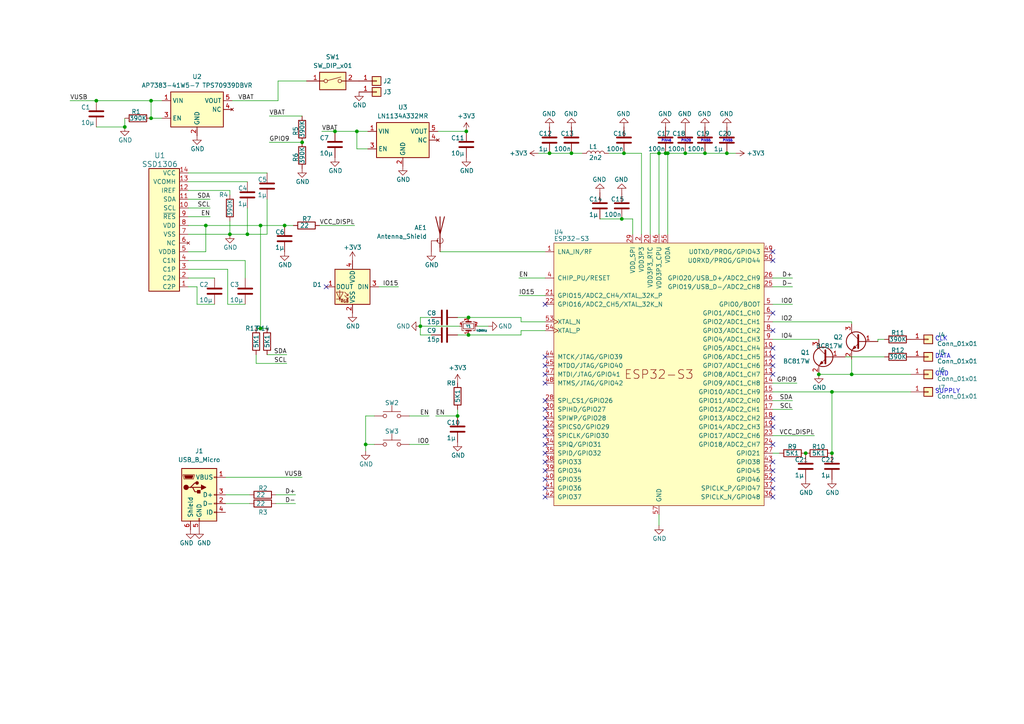
<source format=kicad_sch>
(kicad_sch (version 20230121) (generator eeschema)
  (paper "A4")
  (lib_symbols
    (symbol "Connector:USB_B_Micro" (pin_names (offset 1.016))
      (property "Reference" "J" (at -5.08 11.43 0))
      (property "Value" "USB_B_Micro" (at -5.08 8.89 0))
      (symbol "USB_B_Micro_0_1"
        (rectangle (start -5.08 -7.62) (end 5.08 7.62) (stroke (width 0.254)) (fill (type background)))
        (circle (center -3.81 2.159) (radius 0.635) (stroke (width 0.254)) (fill (type outline)))
        (circle (center -0.635 3.429) (radius 0.381) (stroke (width 0.254)) (fill (type outline)))
        (rectangle (start -0.127 -7.62) (end 0.127 -6.858))
        (polyline (pts (xy -1.905 2.159) (xy 0.635 2.159)) (stroke (width 0.254)))
        (polyline (pts (xy -3.175 2.159) (xy -2.54 2.159) (xy -1.27 3.429) (xy -0.635 3.429)) (stroke (width 0.254)))
        (polyline (pts (xy -2.54 2.159) (xy -1.905 2.159) (xy -1.27 0.889) (xy 0 0.889)) (stroke (width 0.254)))
        (polyline (pts (xy 0.635 2.794) (xy 0.635 1.524) (xy 1.905 2.159) (xy 0.635 2.794)) (stroke (width 0.254)) (fill (type outline)))
        (polyline (pts (xy -4.318 5.588) (xy -1.778 5.588) (xy -2.032 4.826) (xy -4.064 4.826) (xy -4.318 5.588)) (fill (type outline)))
        (polyline (pts (xy -4.699 5.842) (xy -4.699 5.588) (xy -4.445 4.826) (xy -4.445 4.572) (xy -1.651 4.572) (xy -1.651 4.826) (xy -1.397 5.588) (xy -1.397 5.842) (xy -4.699 5.842)))
        (rectangle (start 0.254 1.27) (end -0.508 0.508) (stroke (width 0.254)) (fill (type outline)))
        (rectangle (start 5.08 -5.207) (end 4.318 -4.953))
        (rectangle (start 5.08 -2.667) (end 4.318 -2.413))
        (rectangle (start 5.08 -0.127) (end 4.318 0.127))
        (rectangle (start 5.08 4.953) (end 4.318 5.207))
      )
      (symbol "USB_B_Micro_1_1"
        (pin power_out line (at 7.62 5.08 180) (length 2.54) (name "VBUS") (number "1"))
        (pin bidirectional line (at 7.62 -2.54 180) (length 2.54) (name "D-") (number "2"))
        (pin bidirectional line (at 7.62 0 180) (length 2.54) (name "D+") (number "3"))
        (pin passive line (at 7.62 -5.08 180) (length 2.54) (name "ID") (number "4"))
        (pin power_out line (at 0 -10.16 90) (length 2.54) (name "GND") (number "5"))
        (pin passive line (at -2.54 -10.16 90) (length 2.54) (name "Shield") (number "6"))
      )
    )
    (symbol "Connector_Generic:Conn_01x01" (pin_names (offset 1.016) hide)
      (property "Reference" "J" (at 0 2.54 0))
      (property "Value" "Conn_01x01" (at 0 -2.54 0))
      (symbol "Conn_01x01_1_1"
        (rectangle (start -1.27 0.127) (end 0 -0.127) (stroke (width 0.1524)))
        (rectangle (start -1.27 1.27) (end 1.27 -1.27) (stroke (width 0.254)) (fill (type background)))
        (pin passive line (at -5.08 0 0) (length 3.81) (name "Pin_1") (number "1"))
      )
    )
    (symbol "Device:Antenna_Shield" (pin_numbers hide) (pin_names (offset 1.016) hide)
      (property "Reference" "AE" (at -1.905 4.445 0))
      (property "Value" "Antenna_Shield" (at -1.905 2.54 0))
      (symbol "Antenna_Shield_0_1"
        (arc (start -0.508 -1.143) (mid -0.8429 -2.1194) (end 0 -2.667))
        (arc (start 0 -2.667) (mid 0.7989 -2.1052) (end 0.508 -1.143))
        (polyline (pts (xy 0 -2.54) (xy 0 0)))
        (polyline (pts (xy 0 5.08) (xy 0 -3.81)) (stroke (width 0.254)))
        (polyline (pts (xy 0.762 -1.905) (xy 2.54 -1.905)))
        (polyline (pts (xy 2.54 -2.54) (xy 2.54 -1.905)))
        (polyline (pts (xy 1.27 5.08) (xy 0 0) (xy -1.27 5.08)) (stroke (width 0.254)))
        (circle (center 0.762 -1.905) (radius 0.1778) (fill (type outline)))
      )
      (symbol "Antenna_Shield_1_1"
        (pin input line (at 0 -5.08 90) (length 2.54) (name "A") (number "1"))
        (pin input line (at 2.54 -5.08 90) (length 2.54) (name "Shield") (number "2"))
      )
    )
    (symbol "Device:C" (pin_numbers hide) (pin_names (offset 0.254))
      (property "Reference" "C" (at 0.635 2.54 0))
      (property "Value" "C" (at 0.635 -2.54 0))
      (symbol "C_0_1"
        (polyline (pts (xy -2.032 -0.762) (xy 2.032 -0.762)) (stroke (width 0.508)))
        (polyline (pts (xy -2.032 0.762) (xy 2.032 0.762)) (stroke (width 0.508)))
      )
      (symbol "C_1_1"
        (pin passive line (at 0 3.81 270) (length 2.794) (name "~") (number "1"))
        (pin passive line (at 0 -3.81 90) (length 2.794) (name "~") (number "2"))
      )
    )
    (symbol "Device:Crystal_GND24_Small" (pin_names (offset 1.016) hide)
      (property "Reference" "Y" (at 1.27 4.445 0))
      (property "Value" "Crystal_GND24_Small" (at 1.27 2.54 0))
      (symbol "Crystal_GND24_Small_0_1"
        (rectangle (start -0.762 -1.524) (end 0.762 1.524))
        (polyline (pts (xy -1.27 -0.762) (xy -1.27 0.762)) (stroke (width 0.381)))
        (polyline (pts (xy 1.27 -0.762) (xy 1.27 0.762)) (stroke (width 0.381)))
        (polyline (pts (xy -1.27 -1.27) (xy -1.27 -1.905) (xy 1.27 -1.905) (xy 1.27 -1.27)))
        (polyline (pts (xy -1.27 1.27) (xy -1.27 1.905) (xy 1.27 1.905) (xy 1.27 1.27)))
      )
      (symbol "Crystal_GND24_Small_1_1"
        (pin passive line (at -2.54 0 0) (length 1.27) (name "1") (number "1"))
        (pin passive line (at 0 -2.54 90) (length 0.635) (name "2") (number "2"))
        (pin passive line (at 2.54 0 180) (length 1.27) (name "3") (number "3"))
        (pin passive line (at 0 2.54 270) (length 0.635) (name "4") (number "4"))
      )
    )
    (symbol "Device:L" (pin_numbers hide) (pin_names (offset 1.016) hide)
      (property "Reference" "L" (at -1.27 0 90))
      (property "Value" "L" (at 1.905 0 90))
      (symbol "L_0_1"
        (arc (start 0 -2.54) (mid 0.6323 -1.905) (end 0 -1.27))
        (arc (start 0 -1.27) (mid 0.6323 -0.635) (end 0 0))
        (arc (start 0 0) (mid 0.6323 0.635) (end 0 1.27))
        (arc (start 0 1.27) (mid 0.6323 1.905) (end 0 2.54))
      )
      (symbol "L_1_1"
        (pin passive line (at 0 3.81 270) (length 1.27) (name "1") (number "1"))
        (pin passive line (at 0 -3.81 90) (length 1.27) (name "2") (number "2"))
      )
    )
    (symbol "Device:R" (pin_numbers hide) (pin_names (offset 0))
      (property "Reference" "R" (at 2.032 0 90))
      (property "Value" "R" (at 0 0 90))
      (symbol "R_0_1"
        (rectangle (start -1.016 -2.54) (end 1.016 2.54) (stroke (width 0.254)))
      )
      (symbol "R_1_1"
        (pin passive line (at 0 3.81 270) (length 1.27) (name "~") (number "1"))
        (pin passive line (at 0 -3.81 90) (length 1.27) (name "~") (number "2"))
      )
    )
    (symbol "Dispaly:SSD1306" (pin_names (offset 1.016))
      (property "Reference" "U3" (at 20.32 6.35 90))
      (property "Value" "SSD1306" (at 17.78 6.35 90))
      (symbol "SSD1306_1_1"
        (rectangle (start -19.05 11.43) (end 16.51 2.54) (stroke (width 0.254)) (fill (type background)))
        (pin input line (at -17.78 0 90) (length 2.54) (name "C2P") (number "1"))
        (pin input line (at 5.08 0 90) (length 2.54) (name "SCL") (number "10"))
        (pin input line (at 7.62 0 90) (length 2.54) (name "SDA") (number "11"))
        (pin input line (at 10.16 0 90) (length 2.54) (name "IREF") (number "12"))
        (pin input line (at 12.7 0 90) (length 2.54) (name "VCOMH") (number "13"))
        (pin input line (at 15.24 0 90) (length 2.54) (name "VCC") (number "14"))
        (pin input line (at -15.24 0 90) (length 2.54) (name "C2N") (number "2"))
        (pin input line (at -12.7 0 90) (length 2.54) (name "C1P") (number "3"))
        (pin input line (at -10.16 0 90) (length 2.54) (name "C1N") (number "4"))
        (pin input line (at -7.62 0 90) (length 2.54) (name "VDDB") (number "5"))
        (pin no_connect line (at -5.08 0 90) (length 2.54) (name "NC") (number "6"))
        (pin output line (at -2.54 0 90) (length 2.54) (name "VSS") (number "7"))
        (pin input line (at 0 0 90) (length 2.54) (name "VDD") (number "8"))
        (pin input line (at 2.54 0 90) (length 2.54) (name "~{RES}") (number "9"))
      )
    )
    (symbol "PCM_Espressif:ESP32-S3" (pin_names (offset 1.016))
      (property "Reference" "U" (at -30.48 43.18 0))
      (property "Value" "ESP32-S3" (at -30.48 40.64 0))
      (symbol "ESP32-S3_0_0"
        (text "ESP32-S3" (at 0 0 0) (effects (font (size 2.54 2.54))))
        (pin bidirectional line (at 33.02 -35.56 180) (length 2.54) (name "SPICLK_N/GPIO48") (number "36"))
        (pin bidirectional line (at 33.02 -33.02 180) (length 2.54) (name "SPICLK_P/GPIO47") (number "37"))
      )
      (symbol "ESP32-S3_0_1"
        (rectangle (start -30.48 38.1) (end 30.48 -38.1) (fill (type background)))
      )
      (symbol "ESP32-S3_1_1"
        (pin bidirectional line (at -33.02 35.56 0) (length 2.54) (name "LNA_IN/RF") (number "1"))
        (pin bidirectional line (at 33.02 7.62 180) (length 2.54) (name "GPIO5/ADC1_CH4") (number "10"))
        (pin bidirectional line (at 33.02 5.08 180) (length 2.54) (name "GPIO6/ADC1_CH5") (number "11"))
        (pin bidirectional line (at 33.02 2.54 180) (length 2.54) (name "GPIO7/ADC1_CH6") (number "12"))
        (pin bidirectional line (at 33.02 0 180) (length 2.54) (name "GPIO8/ADC1_CH7") (number "13"))
        (pin bidirectional line (at 33.02 -2.54 180) (length 2.54) (name "GPIO9/ADC1_CH8") (number "14"))
        (pin bidirectional line (at 33.02 -5.08 180) (length 2.54) (name "GPIO10/ADC1_CH9") (number "15"))
        (pin bidirectional line (at 33.02 -7.62 180) (length 2.54) (name "GPIO11/ADC2_CH0") (number "16"))
        (pin bidirectional line (at 33.02 -10.16 180) (length 2.54) (name "GPIO12/ADC2_CH1") (number "17"))
        (pin bidirectional line (at 33.02 -12.7 180) (length 2.54) (name "GPIO13/ADC2_CH2") (number "18"))
        (pin bidirectional line (at 33.02 -15.24 180) (length 2.54) (name "GPIO14/ADC2_CH3") (number "19"))
        (pin power_in line (at -5.08 40.64 270) (length 2.54) (name "VDD3P3") (number "2"))
        (pin power_in line (at -2.54 40.64 270) (length 2.54) (name "VDD3P3_RTC") (number "20"))
        (pin bidirectional line (at -33.02 22.86 0) (length 2.54) (name "GPIO15/ADC2_CH4/XTAL_32K_P") (number "21"))
        (pin bidirectional line (at -33.02 20.32 0) (length 2.54) (name "GPIO16/ADC2_CH5/XTAL_32K_N") (number "22"))
        (pin bidirectional line (at 33.02 -17.78 180) (length 2.54) (name "GPIO17/ADC2_CH6") (number "23"))
        (pin bidirectional line (at 33.02 -20.32 180) (length 2.54) (name "GPIO18/ADC2_CH7") (number "24"))
        (pin bidirectional line (at 33.02 25.4 180) (length 2.54) (name "GPIO19/USB_D-/ADC2_CH8") (number "25"))
        (pin bidirectional line (at 33.02 27.94 180) (length 2.54) (name "GPIO20/USB_D+/ADC2_CH9") (number "26"))
        (pin bidirectional line (at 33.02 -22.86 180) (length 2.54) (name "GPIO21") (number "27"))
        (pin bidirectional line (at -33.02 -7.62 0) (length 2.54) (name "SPI_CS1/GPIO26") (number "28"))
        (pin power_out line (at -7.62 40.64 270) (length 2.54) (name "VDD_SPI") (number "29"))
        (pin power_in line (at -5.08 40.64 270) (length 2.54) hide (name "VDD3P3") (number "3"))
        (pin bidirectional line (at -33.02 -10.16 0) (length 2.54) (name "SPIHD/GPIO27") (number "30"))
        (pin bidirectional line (at -33.02 -12.7 0) (length 2.54) (name "SPIWP/GPIO28") (number "31"))
        (pin bidirectional line (at -33.02 -15.24 0) (length 2.54) (name "SPICS0/GPIO29") (number "32"))
        (pin bidirectional line (at -33.02 -17.78 0) (length 2.54) (name "SPICLK/GPIO30") (number "33"))
        (pin bidirectional line (at -33.02 -20.32 0) (length 2.54) (name "SPIQ/GPIO31") (number "34"))
        (pin bidirectional line (at -33.02 -22.86 0) (length 2.54) (name "SPID/GPIO32") (number "35"))
        (pin bidirectional line (at -33.02 -25.4 0) (length 2.54) (name "GPIO33") (number "38"))
        (pin bidirectional line (at -33.02 -27.94 0) (length 2.54) (name "GPIO34") (number "39"))
        (pin input line (at -33.02 27.94 0) (length 2.54) (name "CHIP_PU/RESET") (number "4"))
        (pin bidirectional line (at -33.02 -30.48 0) (length 2.54) (name "GPIO35") (number "40"))
        (pin bidirectional line (at -33.02 -33.02 0) (length 2.54) (name "GPIO36") (number "41"))
        (pin bidirectional line (at -33.02 -35.56 0) (length 2.54) (name "GPIO37") (number "42"))
        (pin bidirectional line (at 33.02 -25.4 180) (length 2.54) (name "GPIO38") (number "43"))
        (pin bidirectional line (at -33.02 5.08 0) (length 2.54) (name "MTCK/JTAG/GPIO39") (number "44"))
        (pin bidirectional line (at -33.02 2.54 0) (length 2.54) (name "MTDO/JTAG/GPIO40") (number "45"))
        (pin power_in line (at 0 40.64 270) (length 2.54) (name "VDD3P3_CPU") (number "46"))
        (pin bidirectional line (at -33.02 0 0) (length 2.54) (name "MTDI/JTAG/GPIO41") (number "47"))
        (pin bidirectional line (at -33.02 -2.54 0) (length 2.54) (name "MTMS/JTAG/GPIO42") (number "48"))
        (pin bidirectional line (at 33.02 35.56 180) (length 2.54) (name "U0TXD/PROG/GPIO43") (number "49"))
        (pin bidirectional line (at 33.02 20.32 180) (length 2.54) (name "GPIO0/BOOT") (number "5"))
        (pin bidirectional line (at 33.02 33.02 180) (length 2.54) (name "U0RXD/PROG/GPIO44") (number "50"))
        (pin bidirectional line (at 33.02 -27.94 180) (length 2.54) (name "GPIO45") (number "51"))
        (pin bidirectional line (at 33.02 -30.48 180) (length 2.54) (name "GPIO46") (number "52"))
        (pin input clock (at -33.02 15.24 0) (length 2.54) (name "XTAL_N") (number "53"))
        (pin output clock (at -33.02 12.7 0) (length 2.54) (name "XTAL_P") (number "54"))
        (pin power_in line (at 2.54 40.64 270) (length 2.54) (name "VDDA") (number "55"))
        (pin passive line (at 2.54 40.64 270) (length 2.54) hide (name "VDDA") (number "56"))
        (pin power_in line (at 0 -40.64 90) (length 2.54) (name "GND") (number "57"))
        (pin bidirectional line (at 33.02 17.78 180) (length 2.54) (name "GPIO1/ADC1_CH0") (number "6"))
        (pin bidirectional line (at 33.02 15.24 180) (length 2.54) (name "GPIO2/ADC1_CH1") (number "7"))
        (pin bidirectional line (at 33.02 12.7 180) (length 2.54) (name "GPIO3/ADC1_CH2") (number "8"))
        (pin bidirectional line (at 33.02 10.16 180) (length 2.54) (name "GPIO4/ADC1_CH3") (number "9"))
      )
    )
    (symbol "Switch:SW_DIP_x01" (pin_names (offset 0) hide)
      (property "Reference" "SW" (at 0 3.81 0))
      (property "Value" "SW_DIP_x01" (at 0 -3.81 0))
      (symbol "SW_DIP_x01_0_0"
        (circle (center -2.032 0) (radius 0.508))
        (polyline (pts (xy -1.524 0.127) (xy 2.3622 1.1684)))
        (circle (center 2.032 0) (radius 0.508))
      )
      (symbol "SW_DIP_x01_0_1"
        (rectangle (start -3.81 2.54) (end 3.81 -2.54) (stroke (width 0.254)) (fill (type background)))
      )
      (symbol "SW_DIP_x01_1_1"
        (pin passive line (at -7.62 0 0) (length 5.08) (name "~") (number "1"))
        (pin passive line (at 7.62 0 180) (length 5.08) (name "~") (number "2"))
      )
    )
    (symbol "Switch:SW_Push" (pin_numbers hide) (pin_names (offset 1.016) hide)
      (property "Reference" "SW" (at 1.27 2.54 0))
      (property "Value" "SW_Push" (at 0 -1.524 0))
      (symbol "SW_Push_0_1"
        (circle (center -2.032 0) (radius 0.508))
        (polyline (pts (xy 0 1.27) (xy 0 3.048)))
        (polyline (pts (xy 2.54 1.27) (xy -2.54 1.27)))
        (circle (center 2.032 0) (radius 0.508))
        (pin passive line (at -5.08 0 0) (length 2.54) (name "1") (number "1"))
        (pin passive line (at 5.08 0 180) (length 2.54) (name "2") (number "2"))
      )
    )
    (symbol "TheBrutzlers_Lib:LN1134A332MR"
      (property "Reference" "U" (at 0 8.89 0))
      (property "Value" "LN1134A332MR" (at 0 6.35 0))
      (symbol "LN1134A332MR_0_1"
        (rectangle (start -7.62 5.08) (end 7.62 -5.08) (stroke (width 0.254)) (fill (type background)))
      )
      (symbol "LN1134A332MR_1_1"
        (pin power_in line (at -10.16 2.54 0) (length 2.54) (name "VIN") (number "1"))
        (pin power_in line (at 0 -7.62 90) (length 2.54) (name "GND") (number "2"))
        (pin input line (at -10.16 -2.54 0) (length 2.54) (name "EN") (number "3"))
        (pin no_connect line (at 10.16 0 180) (length 2.54) (name "NC") (number "4"))
        (pin power_out line (at 10.16 2.54 180) (length 2.54) (name "VOUT") (number "5"))
      )
    )
    (symbol "TheBrutzlers_Lib:WS2812B_Geaendertes_Symbol" (pin_names (offset 0.254))
      (property "Reference" "D1" (at 9.525 0.6351 0))
      (property "Value" "WS2812B_Geaendertes_Symbol" (at 9.525 -1.9049 0))
      (symbol "WS2812B_Geaendertes_Symbol_0_0"
        (text "RGB" (at 2.286 -4.191 0) (effects (font (size 0.762 0.762))))
      )
      (symbol "WS2812B_Geaendertes_Symbol_0_1"
        (polyline (pts (xy 1.27 -3.556) (xy 1.778 -3.556)))
        (polyline (pts (xy 1.27 -2.54) (xy 1.778 -2.54)))
        (polyline (pts (xy 4.699 -3.556) (xy 2.667 -3.556)))
        (polyline (pts (xy 2.286 -2.54) (xy 1.27 -3.556) (xy 1.27 -3.048)))
        (polyline (pts (xy 2.286 -1.524) (xy 1.27 -2.54) (xy 1.27 -2.032)))
        (polyline (pts (xy 3.683 -1.016) (xy 3.683 -3.556) (xy 3.683 -4.064)))
        (polyline (pts (xy 4.699 -1.524) (xy 2.667 -1.524) (xy 3.683 -3.556) (xy 4.699 -1.524)))
        (rectangle (start 5.08 5.08) (end -5.08 -5.08) (stroke (width 0.254)) (fill (type background)))
      )
      (symbol "WS2812B_Geaendertes_Symbol_1_1"
        (pin output line (at 7.62 0 180) (length 2.54) (name "DOUT") (number "1"))
        (pin power_in line (at 0 -7.62 90) (length 2.54) (name "VSS") (number "2"))
        (pin input line (at -7.62 0 0) (length 2.54) (name "DIN") (number "3"))
        (pin power_in line (at 0 7.62 270) (length 2.54) (name "VDD") (number "4"))
      )
    )
    (symbol "Transistor_BJT:BC817W" (pin_names (offset 0) hide)
      (property "Reference" "Q" (at 5.08 1.905 0))
      (property "Value" "BC817W" (at 5.08 0 0))
      (symbol "BC817W_0_1"
        (polyline (pts (xy 0.635 0.635) (xy 2.54 2.54)))
        (polyline (pts (xy 0.635 -0.635) (xy 2.54 -2.54) (xy 2.54 -2.54)))
        (polyline (pts (xy 0.635 1.905) (xy 0.635 -1.905) (xy 0.635 -1.905)) (stroke (width 0.508)))
        (polyline (pts (xy 1.27 -1.778) (xy 1.778 -1.27) (xy 2.286 -2.286) (xy 1.27 -1.778) (xy 1.27 -1.778)) (fill (type outline)))
        (circle (center 1.27 0) (radius 2.8194) (stroke (width 0.254)))
      )
      (symbol "BC817W_1_1"
        (pin input line (at -5.08 0 0) (length 5.715) (name "B") (number "1"))
        (pin passive line (at 2.54 -5.08 90) (length 2.54) (name "E") (number "2"))
        (pin passive line (at 2.54 5.08 270) (length 2.54) (name "C") (number "3"))
      )
    )
    (symbol "power:+3V3" (power) (pin_names (offset 0))
      (property "Value" "+3V3" (at 0 3.556 0))
      (symbol "+3V3_0_1"
        (polyline (pts (xy -0.762 1.27) (xy 0 2.54)))
        (polyline (pts (xy 0 0) (xy 0 2.54)))
        (polyline (pts (xy 0 2.54) (xy 0.762 1.27)))
      )
      (symbol "+3V3_1_1"
        (pin power_in line (at 0 0 90) (length 0) hide (name "+3V3") (number "1"))
      )
    )
    (symbol "power:GND" (power) (pin_names (offset 0))
      (property "Value" "GND" (at 0 -3.81 0))
      (symbol "GND_0_1"
        (polyline (pts (xy 0 0) (xy 0 -1.27) (xy 1.27 -1.27) (xy 0 -2.54) (xy -1.27 -1.27) (xy 0 -1.27)))
      )
      (symbol "GND_1_1"
        (pin power_in line (at 0 0 270) (length 0) hide (name "GND") (number "1"))
      )
    )
  )
  (junction (at 59.69 65.405))
  (junction (at 135.89 97.155))
  (junction (at 241.3 113.665))
  (junction (at 103.505 38.1))
  (junction (at 66.675 67.945))
  (junction (at 135.89 92.075))
  (junction (at 210.82 44.45))
  (junction (at 165.735 44.45))
  (junction (at 106.045 128.905) (diameter 0.9144))
  (junction (at 132.715 120.65))
  (junction (at 233.68 131.445))
  (junction (at 27.94 29.21))
  (junction (at 36.195 36.83))
  (junction (at 193.675 44.45))
  (junction (at 237.49 108.585))
  (junction (at 43.815 34.29))
  (junction (at 198.755 44.45))
  (junction (at 97.155 38.1))
  (junction (at 204.47 44.45))
  (junction (at 191.135 44.45))
  (junction (at 159.385 44.45))
  (junction (at 180.975 44.45))
  (junction (at 135.255 38.1))
  (junction (at 82.55 65.405))
  (junction (at 121.92 94.615))
  (junction (at 75.565 95.25))
  (junction (at 247.015 108.585))
  (junction (at 193.04 44.45))
  (junction (at 87.63 41.275))
  (junction (at 241.3 131.445))
  (junction (at 180.34 63.5))
  (junction (at 43.815 29.21))
  (junction (at 71.755 67.945))
  (junction (at 75.565 65.405))
  (no_connect (at 224.155 144.145))
  (no_connect (at 158.115 131.445))
  (no_connect (at 158.115 139.065))
  (no_connect (at 224.155 133.985))
  (no_connect (at 158.115 136.525))
  (no_connect (at 224.155 75.565))
  (no_connect (at 224.155 123.825))
  (no_connect (at 224.155 73.025))
  (no_connect (at 158.115 128.905))
  (no_connect (at 224.155 95.885))
  (no_connect (at 224.155 108.585))
  (no_connect (at 224.155 139.065))
  (no_connect (at 158.115 118.745))
  (no_connect (at 158.115 106.045))
  (no_connect (at 224.155 90.805))
  (no_connect (at 158.115 144.145))
  (no_connect (at 224.155 103.505))
  (no_connect (at 224.155 141.605))
  (no_connect (at 224.155 106.045))
  (no_connect (at 224.155 136.525))
  (no_connect (at 158.115 141.605))
  (no_connect (at 158.115 123.825))
  (no_connect (at 158.115 88.265))
  (no_connect (at 158.115 111.125))
  (no_connect (at 158.115 126.365))
  (no_connect (at 158.115 121.285))
  (no_connect (at 158.115 103.505))
  (no_connect (at 224.155 128.905))
  (no_connect (at 158.115 108.585))
  (no_connect (at 158.115 133.985))
  (no_connect (at 224.155 100.965))
  (no_connect (at 158.115 116.205))
  (no_connect (at 224.155 121.285))
  (no_connect (at 94.615 83.185))
  (wire (pts (xy 20.32 29.21) (xy 27.94 29.21)))
  (wire (pts (xy 65.405 146.05) (xy 72.39 146.05)))
  (wire (pts (xy 121.92 94.615) (xy 133.35 94.615)))
  (wire (pts (xy 247.015 108.585) (xy 264.16 108.585)))
  (wire (pts (xy 54.61 52.705) (xy 71.755 52.705)))
  (wire (pts (xy 224.155 88.265) (xy 229.87 88.265)))
  (wire (pts (xy 173.99 63.5) (xy 180.34 63.5)))
  (wire (pts (xy 54.61 80.645) (xy 62.23 80.645)))
  (wire (pts (xy 254.635 98.425) (xy 256.54 98.425)))
  (wire (pts (xy 191.135 152.4) (xy 191.135 149.225)))
  (wire (pts (xy 62.23 88.265) (xy 57.15 88.265)))
  (wire (pts (xy 229.87 118.745) (xy 224.155 118.745)))
  (wire (pts (xy 59.69 73.025) (xy 59.69 65.405)))
  (wire (pts (xy 77.47 57.785) (xy 77.47 67.945)))
  (wire (pts (xy 57.15 88.265) (xy 57.15 83.185)))
  (wire (pts (xy 180.34 63.5) (xy 183.515 63.5)))
  (wire (pts (xy 247.015 93.98) (xy 247.015 93.345)))
  (wire (pts (xy 106.68 43.18) (xy 103.505 43.18)))
  (wire (pts (xy 121.92 92.075) (xy 121.92 94.615)))
  (wire (pts (xy 224.155 111.125) (xy 231.14 111.125)))
  (wire (pts (xy 165.735 44.45) (xy 168.91 44.45)))
  (wire (pts (xy 158.115 80.645) (xy 150.495 80.645)))
  (wire (pts (xy 135.89 92.075) (xy 151.13 92.075)))
  (wire (pts (xy 75.565 65.405) (xy 75.565 95.25)))
  (wire (pts (xy 180.975 44.45) (xy 186.055 44.45)))
  (wire (pts (xy 264.16 113.665) (xy 241.3 113.665)))
  (wire (pts (xy 108.585 120.65) (xy 106.045 120.65)))
  (wire (pts (xy 66.675 55.245) (xy 66.675 56.515)))
  (wire (pts (xy 188.595 44.45) (xy 188.595 67.945)))
  (wire (pts (xy 36.195 36.83) (xy 36.195 34.29)))
  (wire (pts (xy 254.635 98.425) (xy 254.635 99.06)))
  (wire (pts (xy 80.645 23.495) (xy 80.645 29.21)))
  (wire (pts (xy 27.94 29.21) (xy 43.815 29.21)))
  (wire (pts (xy 226.06 131.445) (xy 224.155 131.445)))
  (wire (pts (xy 193.675 44.45) (xy 198.755 44.45)))
  (wire (pts (xy 127.635 73.025) (xy 158.115 73.025)))
  (wire (pts (xy 191.135 44.45) (xy 193.04 44.45)))
  (wire (pts (xy 59.69 65.405) (xy 75.565 65.405)))
  (wire (pts (xy 224.155 98.425) (xy 237.49 98.425)))
  (wire (pts (xy 204.47 44.45) (xy 210.82 44.45)))
  (wire (pts (xy 151.13 97.155) (xy 135.89 97.155)))
  (wire (pts (xy 54.61 55.245) (xy 66.675 55.245)))
  (wire (pts (xy 198.755 44.45) (xy 204.47 44.45)))
  (wire (pts (xy 118.745 128.905) (xy 124.46 128.905)))
  (wire (pts (xy 247.015 104.14) (xy 247.015 108.585)))
  (wire (pts (xy 151.13 95.885) (xy 151.13 97.155)))
  (wire (pts (xy 54.61 78.105) (xy 66.04 78.105)))
  (wire (pts (xy 191.135 44.45) (xy 191.135 67.945)))
  (wire (pts (xy 245.11 103.505) (xy 256.54 103.505)))
  (wire (pts (xy 71.12 75.565) (xy 71.12 80.645)))
  (wire (pts (xy 80.01 143.51) (xy 85.725 143.51)))
  (wire (pts (xy 183.515 63.5) (xy 183.515 67.945)))
  (wire (pts (xy 75.565 65.405) (xy 82.55 65.405)))
  (wire (pts (xy 82.55 65.405) (xy 85.09 65.405)))
  (wire (pts (xy 159.385 44.45) (xy 165.735 44.45)))
  (wire (pts (xy 121.92 97.155) (xy 125.095 97.155)))
  (wire (pts (xy 66.04 78.105) (xy 66.04 88.265)))
  (wire (pts (xy 57.15 83.185) (xy 54.61 83.185)))
  (wire (pts (xy 138.43 94.615) (xy 141.605 94.615)))
  (wire (pts (xy 237.49 108.585) (xy 247.015 108.585)))
  (wire (pts (xy 54.61 62.865) (xy 60.96 62.865)))
  (wire (pts (xy 66.04 88.265) (xy 71.12 88.265)))
  (wire (pts (xy 54.61 67.945) (xy 66.675 67.945)))
  (wire (pts (xy 151.13 92.075) (xy 151.13 93.345)))
  (wire (pts (xy 88.9 23.495) (xy 80.645 23.495)))
  (wire (pts (xy 93.345 38.1) (xy 97.155 38.1)))
  (wire (pts (xy 54.61 57.785) (xy 60.96 57.785)))
  (wire (pts (xy 46.99 34.29) (xy 43.815 34.29)))
  (wire (pts (xy 125.095 92.075) (xy 121.92 92.075)))
  (wire (pts (xy 43.815 29.21) (xy 46.99 29.21)))
  (wire (pts (xy 132.715 118.745) (xy 132.715 120.65)))
  (wire (pts (xy 103.505 38.1) (xy 106.68 38.1)))
  (wire (pts (xy 241.3 113.665) (xy 241.3 131.445)))
  (wire (pts (xy 74.295 105.41) (xy 83.185 105.41)))
  (wire (pts (xy 54.61 50.165) (xy 77.47 50.165)))
  (wire (pts (xy 77.47 67.945) (xy 71.755 67.945)))
  (wire (pts (xy 132.715 92.075) (xy 135.89 92.075)))
  (wire (pts (xy 75.565 95.25) (xy 74.295 95.25)))
  (wire (pts (xy 186.055 44.45) (xy 186.055 67.945)))
  (wire (pts (xy 156.21 44.45) (xy 159.385 44.45)))
  (wire (pts (xy 27.94 36.83) (xy 36.195 36.83)))
  (wire (pts (xy 54.61 65.405) (xy 59.69 65.405)))
  (wire (pts (xy 121.92 94.615) (xy 121.92 97.155)))
  (wire (pts (xy 150.495 85.725) (xy 158.115 85.725)))
  (wire (pts (xy 106.045 120.65) (xy 106.045 128.905)))
  (wire (pts (xy 158.115 95.885) (xy 151.13 95.885)))
  (wire (pts (xy 75.565 95.25) (xy 77.47 95.25)))
  (wire (pts (xy 97.155 38.1) (xy 103.505 38.1)))
  (wire (pts (xy 71.755 60.325) (xy 71.755 67.945)))
  (wire (pts (xy 229.87 116.205) (xy 224.155 116.205)))
  (wire (pts (xy 83.185 102.87) (xy 77.47 102.87)))
  (wire (pts (xy 80.01 146.05) (xy 85.725 146.05)))
  (wire (pts (xy 103.505 43.18) (xy 103.505 38.1)))
  (wire (pts (xy 224.155 93.345) (xy 247.015 93.345)))
  (wire (pts (xy 109.855 83.185) (xy 115.57 83.185)))
  (wire (pts (xy 127 38.1) (xy 135.255 38.1)))
  (wire (pts (xy 54.61 60.325) (xy 60.96 60.325)))
  (wire (pts (xy 78.105 41.275) (xy 87.63 41.275)))
  (wire (pts (xy 43.815 34.29) (xy 43.815 29.21)))
  (wire (pts (xy 65.405 143.51) (xy 72.39 143.51)))
  (wire (pts (xy 193.04 44.45) (xy 193.675 44.45)))
  (wire (pts (xy 118.745 120.65) (xy 124.46 120.65)))
  (wire (pts (xy 224.155 83.185) (xy 229.87 83.185)))
  (wire (pts (xy 224.155 80.645) (xy 229.87 80.645)))
  (wire (pts (xy 176.53 44.45) (xy 180.975 44.45)))
  (wire (pts (xy 78.105 33.655) (xy 87.63 33.655)))
  (wire (pts (xy 67.31 29.21) (xy 80.645 29.21)))
  (wire (pts (xy 106.045 128.905) (xy 106.045 130.81)))
  (wire (pts (xy 108.585 128.905) (xy 106.045 128.905)))
  (wire (pts (xy 132.715 120.65) (xy 126.365 120.65)))
  (wire (pts (xy 54.61 73.025) (xy 59.69 73.025)))
  (wire (pts (xy 193.675 44.45) (xy 193.675 67.945)))
  (wire (pts (xy 71.755 67.945) (xy 66.675 67.945)))
  (wire (pts (xy 213.36 44.45) (xy 210.82 44.45)))
  (wire (pts (xy 74.295 105.41) (xy 74.295 102.87)))
  (wire (pts (xy 132.715 97.155) (xy 135.89 97.155)))
  (wire (pts (xy 65.405 138.43) (xy 87.63 138.43)))
  (wire (pts (xy 224.155 113.665) (xy 241.3 113.665)))
  (wire (pts (xy 188.595 44.45) (xy 191.135 44.45)))
  (wire (pts (xy 224.155 126.365) (xy 236.22 126.365)))
  (wire (pts (xy 92.71 65.405) (xy 102.87 65.405)))
  (wire (pts (xy 66.675 67.945) (xy 66.675 64.135)))
  (wire (pts (xy 151.13 93.345) (xy 158.115 93.345)))
  (wire (pts (xy 54.61 75.565) (xy 71.12 75.565)))
  (text "PIN20" (at 197.485 41.275 0) (effects (font (size 0.635 0.635)) (justify left bottom)))
  (text "DATA" (at 271.145 104.14 0) (effects (font (size 1.27 1.27)) (justify left bottom)))
  (text "SUPPLY" (at 271.145 114.3 0) (effects (font (size 1.27 1.27)) (justify left bottom)))
  (text "PIN55" (at 203.2 41.275 0) (effects (font (size 0.635 0.635)) (justify left bottom)))
  (text "PIN55" (at 209.55 41.275 0) (effects (font (size 0.635 0.635)) (justify left bottom)))
  (text "CLK" (at 271.145 99.06 0) (effects (font (size 1.27 1.27)) (justify left bottom)))
  (text "PIN46" (at 191.77 41.275 0) (effects (font (size 0.635 0.635)) (justify left bottom)))
  (text "GND" (at 271.145 109.22 0) (effects (font (size 1.27 1.27)) (justify left bottom)))
  (label "EN" (at 126.365 120.65 0))
  (label "EN" (at 60.96 62.865 180))
  (label "SDA" (at 60.96 57.785 180))
  (label "VBAT" (at 93.345 38.1 0))
  (label "IO4" (at 229.87 98.425 180))
  (label "VBAT" (at 73.66 29.21 180))
  (label "VBAT" (at 78.105 33.655 0))
  (label "SCL" (at 229.87 118.745 180))
  (label "VUSB" (at 87.63 138.43 180))
  (label "GPIO9" (at 231.14 111.125 180))
  (label "GPIO9" (at 78.105 41.275 0))
  (label "D-" (at 85.725 146.05 180))
  (label "VCC_DISPL" (at 102.87 65.405 180))
  (label "IO0" (at 124.46 128.905 180))
  (label "IO15" (at 150.495 85.725 0))
  (label "EN" (at 150.495 80.645 0))
  (label "VUSB" (at 20.32 29.21 0))
  (label "IO15" (at 115.57 83.185 180))
  (label "SCL" (at 83.185 105.41 180))
  (label "D-" (at 229.87 83.185 180))
  (label "D+" (at 85.725 143.51 180))
  (label "VCC_DISPL" (at 236.22 126.365 180))
  (label "D+" (at 229.87 80.645 180))
  (label "SCL" (at 60.96 60.325 180))
  (label "SDA" (at 229.87 116.205 180))
  (label "SDA" (at 83.185 102.87 180))
  (label "IO0" (at 229.87 88.265 180))
  (label "IO2" (at 229.87 93.345 180))
  (label "EN" (at 124.46 120.65 180))
  (symbol (lib_id "Device:C") (at 180.975 40.64 0) (unit 1)
    (property "Reference" "C16" (at 177.8 38.735 0) (effects (justify left)))
    (property "Value" "100n" (at 175.895 43.18 0) (effects (justify left)))
    (property "Footprint" "Resistor_SMD:R_0402_1005Metric" (effects hide))
    (property "LCSC" "C1581" (effects hide))
  )
  (symbol (lib_id "power:GND") (at 210.82 36.83 180) (unit 1)
    (property "Reference" "#PWR031" (effects hide))
    (property "Value" "GND" (at 212.725 33.02 0) (effects (justify left)))
  )
  (symbol (lib_id "power:GND") (at 204.47 36.83 180) (unit 1)
    (property "Reference" "#PWR030" (effects hide))
    (property "Value" "GND" (at 206.375 33.02 0) (effects (justify left)))
  )
  (symbol (lib_id "Device:C") (at 71.12 84.455 0) (unit 1)
    (property "Reference" "C3" (at 66.675 82.55 0) (effects (justify left)))
    (property "Value" "10µ" (at 66.675 86.995 0) (effects (justify left)))
    (property "Footprint" "Resistor_SMD:R_0402_1005Metric" (effects hide))
    (property "LCSC" "C315248" (effects hide))
  )
  (symbol (lib_id "Connector_Generic:Conn_01x01") (at 269.24 98.425 0) (unit 1)
    (property "Reference" "J4" (at 271.78 97.155 0) (effects (justify left)))
    (property "Value" "Conn_01x01" (at 271.78 99.695 0) (effects (justify left)))
    (property "Footprint" "TestPoint:TestPoint_Pad_D1.0mm" (effects hide))
    (property "LCSC" "nc" (effects hide))
  )
  (symbol (lib_id "Connector:USB_B_Micro") (at 57.785 143.51 0) (unit 1)
    (property "Reference" "J1" (at 57.785 130.81 0))
    (property "Value" "USB_B_Micro" (at 57.785 133.35 0))
    (property "Footprint" "TheBrutzlers_Lib:10118194" (effects hide))
    (property "Datasheet" "https://datasheet.lcsc.com/lcsc/2201121330_DEALON-USB-MR-D-017_C2926988.pdf" (effects hide))
    (property "LCSC" "C2926988" (effects hide))
  )
  (symbol (lib_id "Device:R") (at 88.9 65.405 270) (unit 1)
    (property "Reference" "R7" (at 87.63 63.5 90) (effects (justify left)))
    (property "Value" "22" (at 86.995 65.405 90) (effects (justify left)))
    (property "Footprint" "Resistor_SMD:R_0402_1005Metric" (effects hide))
    (property "LCSC" "C2906914" (effects hide))
  )
  (symbol (lib_id "Device:C") (at 198.755 40.64 0) (unit 1)
    (property "Reference" "C18" (at 194.945 38.735 0) (effects (justify left)))
    (property "Value" "100n" (at 193.675 43.18 0) (effects (justify left)))
    (property "Footprint" "Resistor_SMD:R_0402_1005Metric" (effects hide))
    (property "LCSC" "C1581" (effects hide))
  )
  (symbol (lib_id "Device:C") (at 173.99 59.69 0) (unit 1)
    (property "Reference" "C14" (at 170.815 57.785 0) (effects (justify left)))
    (property "Value" "1µ" (at 170.815 62.23 0) (effects (justify left)))
    (property "Footprint" "Resistor_SMD:R_0402_1005Metric" (effects hide))
    (property "LCSC" "C307413" (effects hide))
  )
  (symbol (lib_id "Device:C") (at 233.68 135.255 0) (unit 1)
    (property "Reference" "C21" (at 230.505 133.35 0) (effects (justify left)))
    (property "Value" "1µ" (at 230.505 137.795 0) (effects (justify left)))
    (property "Footprint" "Resistor_SMD:R_0402_1005Metric" (effects hide))
    (property "LCSC" "C307413" (effects hide))
  )
  (symbol (lib_id "Device:L") (at 172.72 44.45 90) (unit 1)
    (property "Reference" "L1" (at 172.085 42.545 90))
    (property "Value" "2n2" (at 172.72 45.72 90))
    (property "Footprint" "Inductor_SMD:L_0402_1005Metric" (effects hide))
    (property "LCSC" "C27122" (effects hide))
  )
  (symbol (lib_id "Device:R") (at 260.35 98.425 270) (unit 1)
    (property "Reference" "R11" (at 258.445 96.52 90) (effects (justify left)))
    (property "Value" "390K" (at 257.81 98.425 90) (effects (justify left)))
    (property "Footprint" "Resistor_SMD:R_0402_1005Metric" (effects hide))
    (property "LCSC" "C2906936" (effects hide))
  )
  (symbol (lib_id "Device:R") (at 229.87 131.445 90) (unit 1)
    (property "Reference" "R9" (at 231.14 129.54 90) (effects (justify left)))
    (property "Value" "5K1" (at 231.775 131.445 90) (effects (justify left)))
    (property "Footprint" "Resistor_SMD:R_0402_1005Metric" (effects hide))
    (property "LCSC" "C25905" (effects hide))
  )
  (symbol (lib_id "power:+3V3") (at 156.21 44.45 90) (unit 1)
    (property "Reference" "#PWR021" (effects hide))
    (property "Value" "+3V3" (at 153.035 44.45 90) (effects (justify left)))
  )
  (symbol (lib_id "Device:R") (at 66.675 60.325 0) (unit 1)
    (property "Reference" "R4" (at 63.5 56.515 0) (effects (justify left)))
    (property "Value" "390K" (at 66.675 62.865 90) (effects (justify left)))
    (property "Footprint" "Resistor_SMD:R_0402_1005Metric" (effects hide))
    (property "LCSC" "C2906936" (effects hide))
  )
  (symbol (lib_id "Device:C") (at 135.255 41.91 0) (unit 1)
    (property "Reference" "C11" (at 130.81 40.005 0) (effects (justify left)))
    (property "Value" "10µ" (at 130.81 44.45 0) (effects (justify left)))
    (property "Footprint" "Resistor_SMD:R_0402_1005Metric" (effects hide))
    (property "LCSC" "C315248" (effects hide))
  )
  (symbol (lib_id "Device:R") (at 77.47 99.06 0) (unit 1)
    (property "Reference" "R14" (at 74.295 95.25 0) (effects (justify left)))
    (property "Value" "5K1" (at 77.47 100.965 90) (effects (justify left)))
    (property "Footprint" "Resistor_SMD:R_0402_1005Metric" (effects hide))
    (property "LCSC" "C25905" (effects hide))
  )
  (symbol (lib_id "power:+3V3") (at 102.235 75.565 0) (unit 1)
    (property "Reference" "#PWR09" (effects hide))
    (property "Value" "+3V3" (at 102.235 71.755 0))
  )
  (symbol (lib_id "power:GND") (at 135.255 45.72 0) (unit 1)
    (property "Reference" "#PWR019" (effects hide))
    (property "Value" "GND" (at 133.35 49.53 0) (effects (justify left)))
  )
  (symbol (lib_id "Device:C") (at 132.715 124.46 0) (unit 1)
    (property "Reference" "C10" (at 129.54 122.555 0) (effects (justify left)))
    (property "Value" "1µ" (at 129.54 127 0) (effects (justify left)))
    (property "Footprint" "Resistor_SMD:R_0402_1005Metric" (effects hide))
    (property "LCSC" "C307413" (effects hide))
  )
  (symbol (lib_id "power:GND") (at 173.99 55.88 180) (unit 1)
    (property "Reference" "#PWR024" (effects hide))
    (property "Value" "GND" (at 175.895 52.07 0) (effects (justify left)))
  )
  (symbol (lib_id "Dispaly:SSD1306") (at 54.61 65.405 90) (unit 1)
    (property "Reference" "U1" (at 46.355 45.085 90) (effects (font (size 1.524 1.524))))
    (property "Value" "SSD1306" (at 46.355 47.625 90) (effects (font (size 1.524 1.524))))
    (property "Footprint" "TheBrutzlers_Lib:SSD1306_OLED-0.91-128x32" (effects hide))
    (property "LCSC" "nc" (effects hide))
  )
  (symbol (lib_id "Device:C") (at 165.735 40.64 0) (unit 1)
    (property "Reference" "C13" (at 162.56 38.735 0) (effects (justify left)))
    (property "Value" "100n" (at 160.655 43.18 0) (effects (justify left)))
    (property "Footprint" "Resistor_SMD:R_0402_1005Metric" (effects hide))
    (property "LCSC" "C1581" (effects hide))
  )
  (symbol (lib_id "Device:R") (at 74.295 99.06 0) (unit 1)
    (property "Reference" "R13" (at 71.12 95.25 0) (effects (justify left)))
    (property "Value" "5K1" (at 74.295 100.965 90) (effects (justify left)))
    (property "Footprint" "Resistor_SMD:R_0402_1005Metric" (effects hide))
    (property "LCSC" "C25905" (effects hide))
  )
  (symbol (lib_id "Switch:SW_Push") (at 113.665 120.65 0) (unit 1)
    (property "Reference" "SW2" (at 113.665 116.84 0))
    (property "Value" "SW_Push" (effects hide))
    (property "Footprint" "TheBrutzlers_Lib:microswitch" (effects hide))
    (property "Datasheet" "https://datasheet.lcsc.com/lcsc/2001132236_HYP--Hongyuan-Precision-1TS028B-1100-0450-CT_C482003.pdf" (effects hide))
    (property "LCSC" "C913791" (effects hide))
  )
  (symbol (lib_id "TheBrutzlers_Lib:WS2812B_Geaendertes_Symbol") (at 102.235 83.185 0) (mirror y) (unit 1)
    (property "Reference" "D1" (at 93.345 82.5499 0) (effects (justify left)))
    (property "Value" "WS2812B_Geaendertes_Symbol" (effects hide))
    (property "Footprint" "TheBrutzlers_Lib:LED_Cree-PLCC4_2x2mm_CCW" (effects hide))
    (property "Datasheet" "https://cdn-shop.adafruit.com/datasheets/WS2812B.pdf" (effects hide))
    (property "LCSC" "C965555" (effects hide))
  )
  (symbol (lib_id "Connector_Generic:Conn_01x01") (at 109.22 26.67 0) (unit 1)
    (property "Reference" "J3" (at 111.125 26.67 0) (effects (justify left)))
    (property "Value" "Conn_01x01" (effects hide))
    (property "Footprint" "TestPoint:TestPoint_Pad_D1.0mm" (effects hide))
    (property "LCSC" "nc" (effects hide))
  )
  (symbol (lib_id "power:GND") (at 180.975 36.83 180) (unit 1)
    (property "Reference" "#PWR026" (effects hide))
    (property "Value" "GND" (at 182.88 33.02 0) (effects (justify left)))
  )
  (symbol (lib_id "power:+3V3") (at 132.715 111.125 0) (unit 1)
    (property "Reference" "#PWR016" (effects hide))
    (property "Value" "+3V3" (at 132.715 106.68 0))
  )
  (symbol (lib_id "power:GND") (at 121.92 94.615 270) (unit 1)
    (property "Reference" "#PWR014" (effects hide))
    (property "Value" "GND" (at 114.935 94.615 90) (effects (justify left)))
  )
  (symbol (lib_id "power:GND") (at 237.49 108.585 0) (unit 1)
    (property "Reference" "#PWR034" (effects hide))
    (property "Value" "GND" (at 235.585 112.395 0) (effects (justify left)))
  )
  (symbol (lib_id "power:GND") (at 191.135 152.4 0) (unit 1)
    (property "Reference" "#PWR027" (effects hide))
    (property "Value" "GND" (at 189.23 156.21 0) (effects (justify left)))
  )
  (symbol (lib_id "Device:C") (at 128.905 97.155 270) (unit 1)
    (property "Reference" "C9" (at 123.825 95.885 90) (effects (justify left)))
    (property "Value" "15p" (at 123.825 98.425 90) (effects (justify left)))
    (property "Footprint" "Resistor_SMD:R_0402_1005Metric" (effects hide))
    (property "LCSC" "C1548" (effects hide))
  )
  (symbol (lib_id "power:GND") (at 159.385 36.83 180) (unit 1)
    (property "Reference" "#PWR022" (effects hide))
    (property "Value" "GND" (at 161.29 33.02 0) (effects (justify left)))
  )
  (symbol (lib_id "Transistor_BJT:BC817W") (at 249.555 99.06 0) (mirror y) (unit 1)
    (property "Reference" "Q2" (at 244.475 97.79 0) (effects (justify left)))
    (property "Value" "BC817W" (at 244.475 100.33 0) (effects (justify left)))
    (property "Footprint" "Package_TO_SOT_SMD:SOT-323_SC-70" (effects hide))
    (property "Datasheet" "https://www.onsemi.com/pub/Collateral/BC818-D.pdf" (effects hide))
    (property "LCSC" "C75566" (effects hide))
  )
  (symbol (lib_id "power:+3V3") (at 213.36 44.45 270) (unit 1)
    (property "Reference" "#PWR032" (effects hide))
    (property "Value" "+3V3" (at 216.535 44.45 90) (effects (justify left)))
  )
  (symbol (lib_id "power:GND") (at 106.045 130.81 0) (unit 1)
    (property "Reference" "#PWR012" (effects hide))
    (property "Value" "GND" (at 104.14 134.62 0) (effects (justify left)))
  )
  (symbol (lib_id "Device:C") (at 71.755 56.515 180) (unit 1)
    (property "Reference" "C4" (at 71.755 54.61 0) (effects (justify left)))
    (property "Value" "1µ" (at 71.755 59.055 0) (effects (justify left)))
    (property "Footprint" "Resistor_SMD:R_0402_1005Metric" (effects hide))
    (property "LCSC" "C307413" (effects hide))
  )
  (symbol (lib_id "power:GND") (at 198.755 36.83 180) (unit 1)
    (property "Reference" "#PWR029" (effects hide))
    (property "Value" "GND" (at 200.66 33.02 0) (effects (justify left)))
  )
  (symbol (lib_id "Device:R") (at 76.2 143.51 270) (unit 1)
    (property "Reference" "R2" (at 74.93 141.605 90) (effects (justify left)))
    (property "Value" "22" (at 74.295 143.51 90) (effects (justify left)))
    (property "Footprint" "Resistor_SMD:R_0402_1005Metric" (effects hide))
    (property "LCSC" "C2906914" (effects hide))
  )
  (symbol (lib_id "power:GND") (at 165.735 36.83 180) (unit 1)
    (property "Reference" "#PWR023" (effects hide))
    (property "Value" "GND" (at 167.64 33.02 0) (effects (justify left)))
  )
  (symbol (lib_id "power:GND") (at 57.15 39.37 0) (unit 1)
    (property "Reference" "#PWR04" (effects hide))
    (property "Value" "GND" (at 55.245 43.18 0) (effects (justify left)))
  )
  (symbol (lib_id "Device:C") (at 241.3 135.255 0) (unit 1)
    (property "Reference" "C22" (at 238.125 133.35 0) (effects (justify left)))
    (property "Value" "1µ" (at 238.125 137.795 0) (effects (justify left)))
    (property "Footprint" "Resistor_SMD:R_0402_1005Metric" (effects hide))
    (property "LCSC" "C307413" (effects hide))
  )
  (symbol (lib_id "Device:C") (at 62.23 84.455 0) (unit 1)
    (property "Reference" "C2" (at 57.785 82.55 0) (effects (justify left)))
    (property "Value" "10µ" (at 57.785 86.995 0) (effects (justify left)))
    (property "Footprint" "Resistor_SMD:R_0402_1005Metric" (effects hide))
    (property "LCSC" "C315248" (effects hide))
  )
  (symbol (lib_id "Device:R") (at 260.35 103.505 270) (unit 1)
    (property "Reference" "R12" (at 258.445 101.6 90) (effects (justify left)))
    (property "Value" "390K" (at 257.81 103.505 90) (effects (justify left)))
    (property "Footprint" "Resistor_SMD:R_0402_1005Metric" (effects hide))
    (property "LCSC" "C2906936" (effects hide))
  )
  (symbol (lib_id "power:GND") (at 193.04 36.83 180) (unit 1)
    (property "Reference" "#PWR028" (effects hide))
    (property "Value" "GND" (at 194.945 33.02 0) (effects (justify left)))
  )
  (symbol (lib_id "power:GND") (at 116.84 48.26 0) (unit 1)
    (property "Reference" "#PWR013" (effects hide))
    (property "Value" "GND" (at 114.935 52.07 0) (effects (justify left)))
  )
  (symbol (lib_id "Switch:SW_Push") (at 113.665 128.905 0) (unit 1)
    (property "Reference" "SW3" (at 113.665 125.095 0))
    (property "Value" "SW_Push" (effects hide))
    (property "Footprint" "TheBrutzlers_Lib:microswitch" (effects hide))
    (property "LCSC" "C913791" (effects hide))
  )
  (symbol (lib_id "PCM_Espressif:ESP32-S3") (at 191.135 108.585 0) (unit 1)
    (property "Reference" "U4" (at 160.655 67.31 0) (effects (justify left)))
    (property "Value" "ESP32-S3" (at 160.655 69.215 0) (effects (justify left)))
    (property "Footprint" "Package_DFN_QFN:QFN-56-1EP_7x7mm_P0.4mm_EP5.6x5.6mm" (effects hide))
    (property "Datasheet" "https://www.espressif.com/sites/default/files/documentation/esp32-s3_datasheet_en.pdf" (effects hide))
    (property "LCSC" "C3013940" (effects hide))
  )
  (symbol (lib_id "power:GND") (at 102.235 90.805 0) (unit 1)
    (property "Reference" "#PWR010" (effects hide))
    (property "Value" "GND" (at 100.33 94.615 0) (effects (justify left)))
  )
  (symbol (lib_id "Device:C") (at 82.55 69.215 180) (unit 1)
    (property "Reference" "C6" (at 82.55 67.31 0) (effects (justify left)))
    (property "Value" "1µ" (at 82.55 71.755 0) (effects (justify left)))
    (property "Footprint" "Resistor_SMD:R_0402_1005Metric" (effects hide))
    (property "LCSC" "C307413" (effects hide))
  )
  (symbol (lib_id "power:+3V3") (at 135.255 38.1 0) (unit 1)
    (property "Reference" "#PWR018" (effects hide))
    (property "Value" "+3V3" (at 135.255 33.655 0))
  )
  (symbol (lib_id "Device:C") (at 128.905 92.075 270) (unit 1)
    (property "Reference" "C8" (at 123.825 90.805 90) (effects (justify left)))
    (property "Value" "15p" (at 123.825 93.345 90) (effects (justify left)))
    (property "Footprint" "Resistor_SMD:R_0402_1005Metric" (effects hide))
    (property "LCSC" "C1548" (effects hide))
  )
  (symbol (lib_id "Connector_Generic:Conn_01x01") (at 109.22 23.495 0) (unit 1)
    (property "Reference" "J2" (at 111.125 23.495 0) (effects (justify left)))
    (property "Value" "Conn_01x01" (effects hide))
    (property "Footprint" "TestPoint:TestPoint_Pad_D1.0mm" (effects hide))
    (property "LCSC" "nc" (effects hide))
  )
  (symbol (lib_id "Switch:SW_DIP_x01") (at 96.52 23.495 0) (unit 1)
    (property "Reference" "SW1" (at 96.52 16.51 0))
    (property "Value" "SW_DIP_x01" (at 96.52 19.05 0))
    (property "Footprint" "Button_Switch_SMD:SW_SPDT_PCM12" (effects hide))
    (property "LCSC" "C3036445 C223846" (effects hide))
  )
  (symbol (lib_id "power:GND") (at 233.68 139.065 0) (unit 1)
    (property "Reference" "#PWR033" (effects hide))
    (property "Value" "GND" (at 231.775 142.875 0) (effects (justify left)))
  )
  (symbol (lib_id "TheBrutzlers_Lib:LN1134A332MR") (at 57.15 31.75 0) (unit 1)
    (property "Reference" "U2" (at 57.15 22.225 0))
    (property "Value" "AP7383-41W5-7 TPS70939DBVR" (at 57.15 24.765 0))
    (property "Footprint" "Package_TO_SOT_SMD:TSOT-23-5" (effects hide))
    (property "Datasheet" "https://datasheet.lcsc.com/lcsc/2308101641_Diodes-Incorporated-AP7383-41W5-7_C3747013.pdf" (effects hide))
    (property "LCSC" "C3747013 C2868697" (effects hide))
    (property "Datenplatt_Ti" "https://datasheet.lcsc.com/lcsc/2303010430_Texas-Instruments-TPS70939DBVR_C2868697.pdf" (effects hide))
  )
  (symbol (lib_id "Connector_Generic:Conn_01x01") (at 269.24 113.665 0) (unit 1)
    (property "Reference" "J7" (at 271.78 112.395 0) (effects (justify left)))
    (property "Value" "Conn_01x01" (at 271.78 114.935 0) (effects (justify left)))
    (property "Footprint" "TestPoint:TestPoint_Pad_D1.0mm" (effects hide))
    (property "LCSC" "nc" (effects hide))
  )
  (symbol (lib_id "Device:R") (at 76.2 146.05 270) (unit 1)
    (property "Reference" "R3" (at 74.93 148.59 90) (effects (justify left)))
    (property "Value" "22" (at 74.295 146.05 90) (effects (justify left)))
    (property "Footprint" "Resistor_SMD:R_0402_1005Metric" (effects hide))
    (property "LCSC" "C2906914" (effects hide))
  )
  (symbol (lib_id "Device:C") (at 159.385 40.64 0) (unit 1)
    (property "Reference" "C12" (at 156.21 38.735 0) (effects (justify left)))
    (property "Value" "1µ" (at 156.21 43.18 0) (effects (justify left)))
    (property "Footprint" "Resistor_SMD:R_0402_1005Metric" (effects hide))
    (property "LCSC" "C307413" (effects hide))
  )
  (symbol (lib_id "power:GND") (at 97.155 45.72 0) (unit 1)
    (property "Reference" "#PWR08" (effects hide))
    (property "Value" "GND" (at 95.25 49.53 0) (effects (justify left)))
  )
  (symbol (lib_id "Device:C") (at 180.34 59.69 0) (unit 1)
    (property "Reference" "C15" (at 177.165 57.785 0) (effects (justify left)))
    (property "Value" "100n" (at 175.26 62.23 0) (effects (justify left)))
    (property "Footprint" "Resistor_SMD:R_0402_1005Metric" (effects hide))
    (property "LCSC" "C1581" (effects hide))
  )
  (symbol (lib_id "Device:C") (at 77.47 53.975 180) (unit 1)
    (property "Reference" "C5" (at 77.47 52.07 0) (effects (justify left)))
    (property "Value" "1µ" (at 77.47 56.515 0) (effects (justify left)))
    (property "Footprint" "Resistor_SMD:R_0402_1005Metric" (effects hide))
    (property "LCSC" "C307413" (effects hide))
  )
  (symbol (lib_id "Device:R") (at 87.63 37.465 0) (unit 1)
    (property "Reference" "R5" (at 85.725 39.37 90) (effects (justify left)))
    (property "Value" "390K" (at 87.63 40.005 90) (effects (justify left)))
    (property "Footprint" "Resistor_SMD:R_0402_1005Metric" (effects hide))
    (property "LCSC" "C2906936" (effects hide))
  )
  (symbol (lib_id "power:GND") (at 66.675 67.945 0) (unit 1)
    (property "Reference" "#PWR05" (effects hide))
    (property "Value" "GND" (at 64.77 71.755 0) (effects (justify left)))
  )
  (symbol (lib_id "Device:R") (at 132.715 114.935 0) (unit 1)
    (property "Reference" "R8" (at 129.54 111.125 0) (effects (justify left)))
    (property "Value" "5K1" (at 132.715 116.84 90) (effects (justify left)))
    (property "Footprint" "Resistor_SMD:R_0402_1005Metric" (effects hide))
    (property "LCSC" "C25905" (effects hide))
  )
  (symbol (lib_id "power:GND") (at 57.785 153.67 0) (unit 1)
    (property "Reference" "#PWR02" (effects hide))
    (property "Value" "GND" (at 57.15 157.48 0) (effects (justify left)))
  )
  (symbol (lib_id "power:GND") (at 132.715 128.27 0) (unit 1)
    (property "Reference" "#PWR017" (effects hide))
    (property "Value" "GND" (at 130.81 132.08 0) (effects (justify left)))
  )
  (symbol (lib_id "power:GND") (at 180.34 55.88 180) (unit 1)
    (property "Reference" "#PWR025" (effects hide))
    (property "Value" "GND" (at 182.245 52.07 0) (effects (justify left)))
  )
  (symbol (lib_id "power:GND") (at 36.195 36.83 0) (unit 1)
    (property "Reference" "#PWR03" (effects hide))
    (property "Value" "GND" (at 34.29 40.64 0) (effects (justify left)))
  )
  (symbol (lib_id "Connector_Generic:Conn_01x01") (at 269.24 103.505 0) (unit 1)
    (property "Reference" "J5" (at 271.78 102.235 0) (effects (justify left)))
    (property "Value" "Conn_01x01" (at 271.78 104.775 0) (effects (justify left)))
    (property "Footprint" "TestPoint:TestPoint_Pad_D1.0mm" (effects hide))
    (property "LCSC" "nc" (effects hide))
  )
  (symbol (lib_id "power:GND") (at 104.14 26.67 0) (unit 1)
    (property "Reference" "#PWR011" (effects hide))
    (property "Value" "GND" (at 102.235 30.48 0) (effects (justify left)))
  )
  (symbol (lib_id "Device:R") (at 87.63 45.085 0) (unit 1)
    (property "Reference" "R6" (at 85.725 46.99 90) (effects (justify left)))
    (property "Value" "390K" (at 87.63 47.625 90) (effects (justify left)))
    (property "Footprint" "Resistor_SMD:R_0402_1005Metric" (effects hide))
    (property "LCSC" "C2906936" (effects hide))
  )
  (symbol (lib_id "Device:R") (at 40.005 34.29 270) (unit 1)
    (property "Reference" "R1" (at 38.1 32.385 90) (effects (justify left)))
    (property "Value" "390K" (at 37.465 34.29 90) (effects (justify left)))
    (property "Footprint" "Resistor_SMD:R_0402_1005Metric" (effects hide))
    (property "LCSC" "C2906936" (effects hide))
  )
  (symbol (lib_id "TheBrutzlers_Lib:LN1134A332MR") (at 116.84 40.64 0) (unit 1)
    (property "Reference" "U3" (at 116.84 31.115 0))
    (property "Value" "LN1134A332MR" (at 116.84 33.655 0))
    (property "Footprint" "Package_TO_SOT_SMD:TSOT-23-5" (effects hide))
    (property "Datasheet" "https://datasheet.lcsc.com/lcsc/2304140030_NATLINEAR-LN1134A332MR-G_C141419.pdf" (effects hide))
    (property "LCSC" "C141419" (effects hide))
  )
  (symbol (lib_id "Device:C") (at 193.04 40.64 0) (unit 1)
    (property "Reference" "C17" (at 190.5 38.735 0) (effects (justify left)))
    (property "Value" "100n" (at 187.96 43.18 0) (effects (justify left)))
    (property "Footprint" "Resistor_SMD:R_0402_1005Metric" (effects hide))
    (property "LCSC" "C1581" (effects hide))
  )
  (symbol (lib_id "Device:C") (at 27.94 33.02 0) (unit 1)
    (property "Reference" "C1" (at 23.495 31.115 0) (effects (justify left)))
    (property "Value" "10µ" (at 23.495 35.56 0) (effects (justify left)))
    (property "Footprint" "Resistor_SMD:R_0402_1005Metric" (effects hide))
    (property "LCSC" "C315248" (effects hide))
  )
  (symbol (lib_id "power:GND") (at 141.605 94.615 90) (unit 1)
    (property "Reference" "#PWR020" (effects hide))
    (property "Value" "GND" (at 148.59 94.615 90) (effects (justify left)))
  )
  (symbol (lib_id "Connector_Generic:Conn_01x01") (at 269.24 108.585 0) (unit 1)
    (property "Reference" "J6" (at 271.78 107.315 0) (effects (justify left)))
    (property "Value" "Conn_01x01" (at 271.78 109.855 0) (effects (justify left)))
    (property "Footprint" "TestPoint:TestPoint_Pad_D1.0mm" (effects hide))
    (property "LCSC" "nc" (effects hide))
  )
  (symbol (lib_id "Device:C") (at 97.155 41.91 0) (unit 1)
    (property "Reference" "C7" (at 92.71 40.005 0) (effects (justify left)))
    (property "Value" "10µ" (at 92.71 44.45 0) (effects (justify left)))
    (property "Footprint" "Resistor_SMD:R_0402_1005Metric" (effects hide))
    (property "LCSC" "C315248" (effects hide))
  )
  (symbol (lib_id "Transistor_BJT:BC817W") (at 240.03 103.505 0) (mirror y) (unit 1)
    (property "Reference" "Q1" (at 234.95 102.235 0) (effects (justify left)))
    (property "Value" "BC817W" (at 234.95 104.775 0) (effects (justify left)))
    (property "Footprint" "Package_TO_SOT_SMD:SOT-323_SC-70" (effects hide))
    (property "Datasheet" "https://www.onsemi.com/pub/Collateral/BC818-D.pdf" (effects hide))
    (property "LCSC" "C75566" (effects hide))
  )
  (symbol (lib_id "Device:C") (at 210.82 40.64 0) (unit 1)
    (property "Reference" "C20" (at 208.28 38.735 0) (effects (justify left)))
    (property "Value" "1µ" (at 207.01 43.18 0) (effects (justify left)))
    (property "Footprint" "Resistor_SMD:R_0402_1005Metric" (effects hide))
    (property "LCSC" "C307413" (effects hide))
  )
  (symbol (lib_id "Device:Antenna_Shield") (at 127.635 67.945 0) (mirror y) (unit 1)
    (property "Reference" "AE1" (at 123.825 66.04 0) (effects (justify left)))
    (property "Value" "Antenna_Shield" (at 123.825 68.58 0) (effects (justify left)))
    (property "Footprint" "RF_Antenna:Texas_SWRA117D_2.4GHz_Left" (effects hide))
    (property "LCSC" "nc" (effects hide))
  )
  (symbol (lib_id "power:GND") (at 82.55 73.025 0) (unit 1)
    (property "Reference" "#PWR06" (effects hide))
    (property "Value" "GND" (at 80.645 76.835 0) (effects (justify left)))
  )
  (symbol (lib_id "power:GND") (at 241.3 139.065 0) (unit 1)
    (property "Reference" "#PWR035" (effects hide))
    (property "Value" "GND" (at 239.395 142.875 0) (effects (justify left)))
  )
  (symbol (lib_id "Device:C") (at 204.47 40.64 0) (unit 1)
    (property "Reference" "C19" (at 201.93 38.735 0) (effects (justify left)))
    (property "Value" "100n" (at 199.39 43.18 0) (effects (justify left)))
    (property "Footprint" "Resistor_SMD:R_0402_1005Metric" (effects hide))
    (property "LCSC" "C1581" (effects hide))
  )
  (symbol (lib_id "power:GND") (at 125.095 73.025 0) (unit 1)
    (property "Reference" "#PWR015" (effects hide))
    (property "Value" "GND" (at 123.19 76.835 0) (effects (justify left)))
  )
  (symbol (lib_id "Device:Crystal_GND24_Small") (at 135.89 94.615 90) (unit 1)
    (property "Reference" "Y1" (at 135.89 94.615 90) (effects (font (size 0.762 0.762))))
    (property "Value" "40MHz" (at 139.7 95.885 90) (effects (font (size 0.635 0.635))))
    (property "Footprint" "Crystal:Crystal_SMD_2016-4Pin_2.0x1.6mm" (effects hide))
    (property "LCSC" "C424431" (effects hide))
  )
  (symbol (lib_id "Device:R") (at 237.49 131.445 90) (unit 1)
    (property "Reference" "R10" (at 239.395 129.54 90) (effects (justify left)))
    (property "Value" "5K1" (at 239.395 131.445 90) (effects (justify left)))
    (property "Footprint" "Resistor_SMD:R_0402_1005Metric" (effects hide))
    (property "LCSC" "C25905" (effects hide))
  )
  (symbol (lib_id "power:GND") (at 87.63 48.895 0) (unit 1)
    (property "Reference" "#PWR07" (effects hide))
    (property "Value" "GND" (at 85.725 52.705 0) (effects (justify left)))
  )
  (symbol (lib_id "power:GND") (at 55.245 153.67 0) (unit 1)
    (property "Reference" "#PWR01" (effects hide))
    (property "Value" "GND" (at 52.07 157.48 0) (effects (justify left)))
  )
)
</source>
